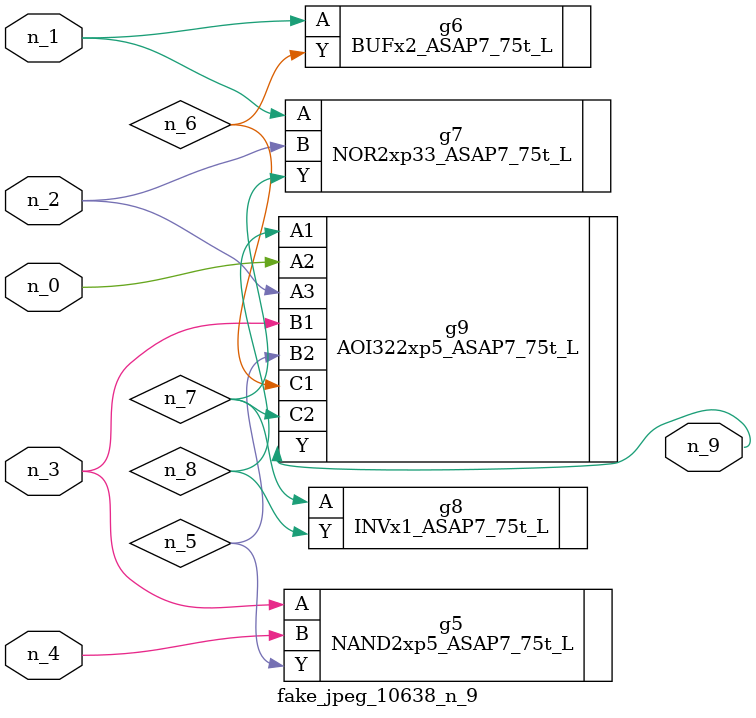
<source format=v>
module fake_jpeg_10638_n_9 (n_3, n_2, n_1, n_0, n_4, n_9);

input n_3;
input n_2;
input n_1;
input n_0;
input n_4;

output n_9;

wire n_8;
wire n_6;
wire n_5;
wire n_7;

NAND2xp5_ASAP7_75t_L g5 ( 
.A(n_3),
.B(n_4),
.Y(n_5)
);

BUFx2_ASAP7_75t_L g6 ( 
.A(n_1),
.Y(n_6)
);

NOR2xp33_ASAP7_75t_L g7 ( 
.A(n_1),
.B(n_2),
.Y(n_7)
);

INVx1_ASAP7_75t_L g8 ( 
.A(n_7),
.Y(n_8)
);

AOI322xp5_ASAP7_75t_L g9 ( 
.A1(n_8),
.A2(n_0),
.A3(n_2),
.B1(n_3),
.B2(n_5),
.C1(n_6),
.C2(n_7),
.Y(n_9)
);


endmodule
</source>
